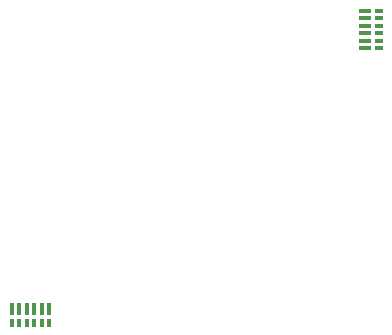
<source format=gbr>
%TF.GenerationSoftware,Altium Limited,Altium Designer,23.3.1 (30)*%
G04 Layer_Color=8421504*
%FSLAX45Y45*%
%MOMM*%
%TF.SameCoordinates,3FCD108A-851F-4062-9BED-621BEB009867*%
%TF.FilePolarity,Positive*%
%TF.FileFunction,Paste,Top*%
%TF.Part,Single*%
G01*
G75*
%TA.AperFunction,SMDPad,CuDef*%
%ADD11R,0.38100X0.76200*%
%ADD12R,0.38100X1.01600*%
%ADD13R,0.76200X0.38100*%
%ADD14R,1.01600X0.38100*%
D11*
X4433833Y1144500D02*
D03*
X4497332D02*
D03*
X4560833Y1144499D02*
D03*
X4624333Y1144500D02*
D03*
X4687833D02*
D03*
X4751333D02*
D03*
D12*
X4433833Y1258800D02*
D03*
X4497333D02*
D03*
X4560833Y1258800D02*
D03*
X4624333Y1258800D02*
D03*
X4687832Y1258800D02*
D03*
X4751333Y1258800D02*
D03*
D13*
X7542301Y3468633D02*
D03*
X7542300Y3532133D02*
D03*
Y3595633D02*
D03*
X7542301Y3659133D02*
D03*
Y3722633D02*
D03*
Y3786132D02*
D03*
D14*
X7428000Y3468633D02*
D03*
Y3532133D02*
D03*
X7428000Y3595633D02*
D03*
X7428000Y3659133D02*
D03*
X7428000Y3722632D02*
D03*
X7428000Y3786133D02*
D03*
%TF.MD5,cd6f8ca66f9700f42fec9a6bd30e45fb*%
M02*

</source>
